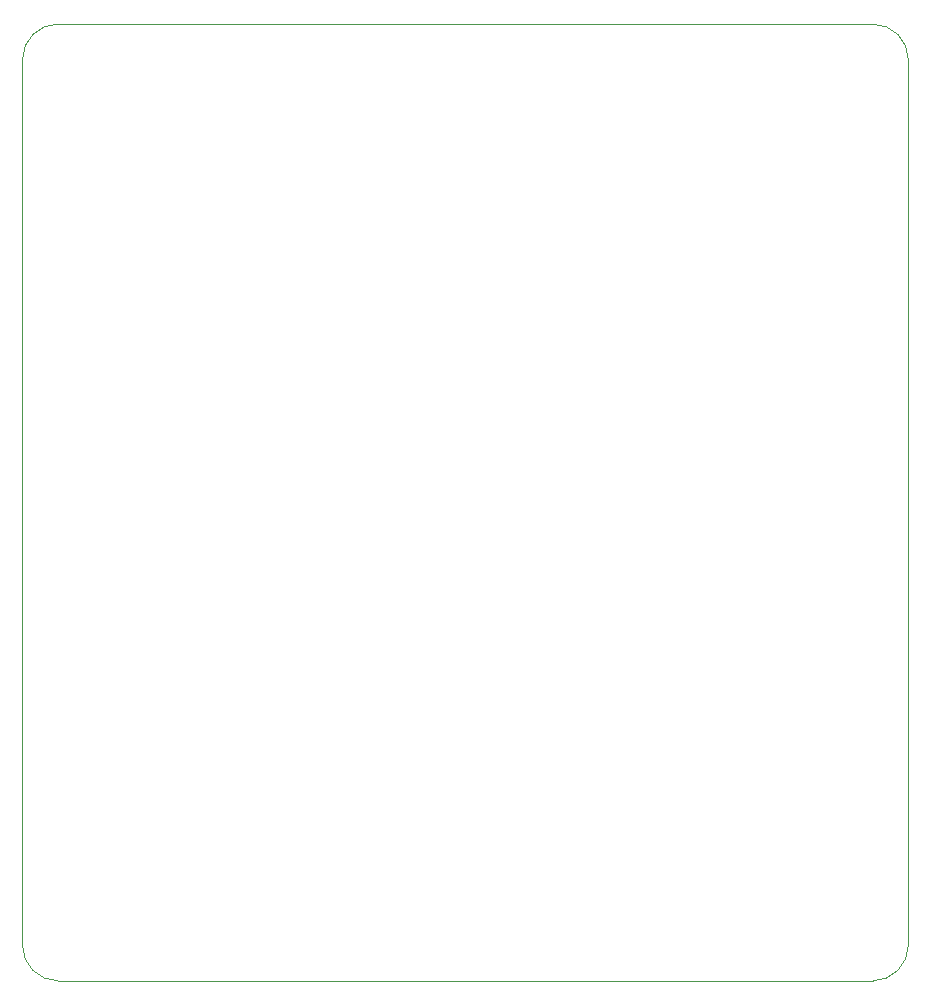
<source format=gbr>
G04 #@! TF.GenerationSoftware,KiCad,Pcbnew,(5.1.4)-1*
G04 #@! TF.CreationDate,2020-03-02T11:44:30+09:00*
G04 #@! TF.ProjectId,CAN_Current_Control_MD,43414e5f-4375-4727-9265-6e745f436f6e,rev?*
G04 #@! TF.SameCoordinates,Original*
G04 #@! TF.FileFunction,Profile,NP*
%FSLAX46Y46*%
G04 Gerber Fmt 4.6, Leading zero omitted, Abs format (unit mm)*
G04 Created by KiCad (PCBNEW (5.1.4)-1) date 2020-03-02 11:44:30*
%MOMM*%
%LPD*%
G04 APERTURE LIST*
%ADD10C,0.050000*%
G04 APERTURE END LIST*
D10*
X146000000Y-142000000D02*
X146000000Y-67000000D01*
X221000000Y-142000000D02*
X221000000Y-67000000D01*
X218000000Y-64000000D02*
G75*
G02X221000000Y-67000000I0J-3000000D01*
G01*
X221000000Y-142000000D02*
G75*
G02X218000000Y-145000000I-3000000J0D01*
G01*
X149000000Y-145000000D02*
G75*
G02X146000000Y-142000000I0J3000000D01*
G01*
X146000000Y-67000000D02*
G75*
G02X149000000Y-64000000I3000000J0D01*
G01*
X149000000Y-145000000D02*
X218000000Y-145000000D01*
X218000000Y-64000000D02*
X149000000Y-64000000D01*
M02*

</source>
